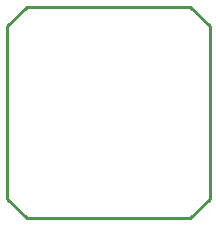
<source format=gbr>
G04 EAGLE Gerber RS-274X export*
G75*
%MOMM*%
%FSLAX34Y34*%
%LPD*%
%IN*%
%IPPOS*%
%AMOC8*
5,1,8,0,0,1.08239X$1,22.5*%
G01*
%ADD10C,0.254000*%


D10*
X69000Y165000D02*
X86000Y149000D01*
X224000Y149000D01*
X241000Y165000D01*
X241000Y312000D01*
X224000Y328000D01*
X86000Y328000D01*
X69000Y312000D01*
X69000Y165000D01*
M02*

</source>
